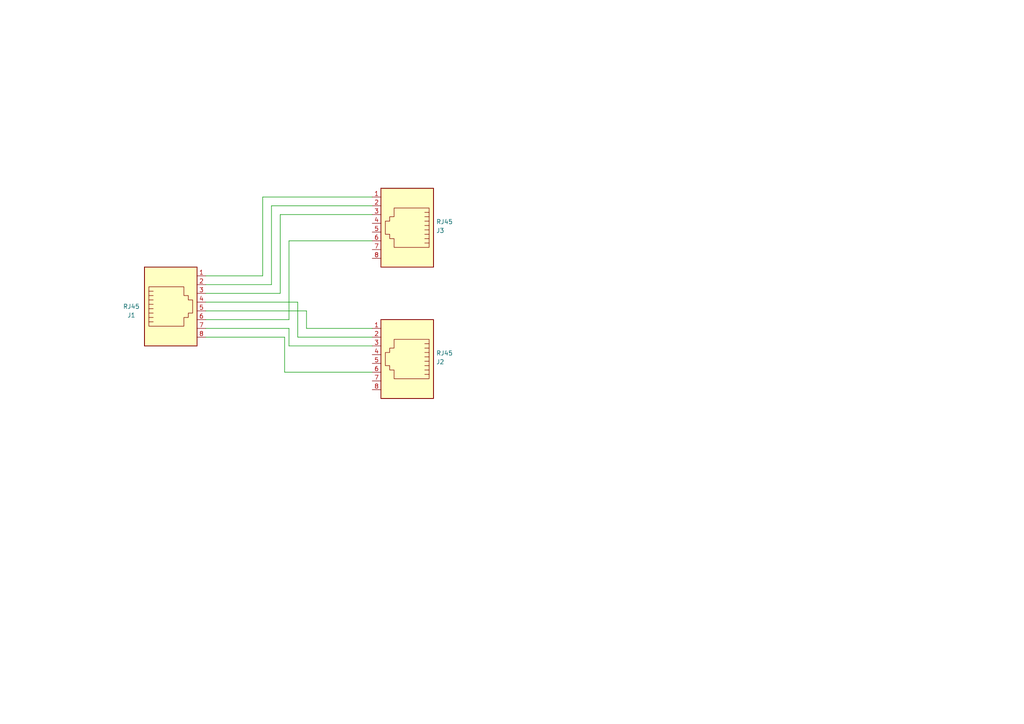
<source format=kicad_sch>
(kicad_sch (version 20211123) (generator eeschema)
  (paper "A4")
  (lib_symbols
    (symbol "Connector:RJ45" (pin_names (offset 1.016))
      (property "Reference" "J" (at -5.08 13.97 0))
      (property "Value" "RJ45" (at 2.54 13.97 0))
      (symbol "RJ45_0_1"
        (polyline (pts (xy -5.08 4.445) (xy -6.35 4.445)))
        (polyline (pts (xy -5.08 5.715) (xy -6.35 5.715)))
        (polyline (pts (xy -6.35 -3.175) (xy -5.08 -3.175) (xy -5.08 -3.175)))
        (polyline (pts (xy -6.35 -1.905) (xy -5.08 -1.905) (xy -5.08 -1.905)))
        (polyline (pts (xy -6.35 -0.635) (xy -5.08 -0.635) (xy -5.08 -0.635)))
        (polyline (pts (xy -6.35 0.635) (xy -5.08 0.635) (xy -5.08 0.635)))
        (polyline (pts (xy -6.35 1.905) (xy -5.08 1.905) (xy -5.08 1.905)))
        (polyline (pts (xy -5.08 3.175) (xy -6.35 3.175) (xy -6.35 3.175)))
        (polyline (pts (xy -6.35 -4.445) (xy -6.35 6.985) (xy 3.81 6.985) (xy 3.81 4.445) (xy 5.08 4.445) (xy 5.08 3.175) (xy 6.35 3.175) (xy 6.35 -0.635) (xy 5.08 -0.635) (xy 5.08 -1.905) (xy 3.81 -1.905) (xy 3.81 -4.445) (xy -6.35 -4.445) (xy -6.35 -4.445)))
        (rectangle (start 7.62 12.7) (end -7.62 -10.16) (stroke (width 0.254)) (fill (type background)))
      )
      (symbol "RJ45_1_1"
        (pin passive line (at 10.16 -7.62 180) (length 2.54) (name "~") (number "1"))
        (pin passive line (at 10.16 -5.08 180) (length 2.54) (name "~") (number "2"))
        (pin passive line (at 10.16 -2.54 180) (length 2.54) (name "~") (number "3"))
        (pin passive line (at 10.16 0 180) (length 2.54) (name "~") (number "4"))
        (pin passive line (at 10.16 2.54 180) (length 2.54) (name "~") (number "5"))
        (pin passive line (at 10.16 5.08 180) (length 2.54) (name "~") (number "6"))
        (pin passive line (at 10.16 7.62 180) (length 2.54) (name "~") (number "7"))
        (pin passive line (at 10.16 10.16 180) (length 2.54) (name "~") (number "8"))
      )
    )
  )
  (wire (pts (xy 59.69 92.71) (xy 83.82 92.71)))
  (wire (pts (xy 76.2 57.15) (xy 107.95 57.15)))
  (wire (pts (xy 59.69 90.17) (xy 88.9 90.17)))
  (wire (pts (xy 59.69 82.55) (xy 78.74 82.55)))
  (wire (pts (xy 81.28 85.09) (xy 81.28 62.23)))
  (wire (pts (xy 83.82 69.85) (xy 107.95 69.85)))
  (wire (pts (xy 82.55 97.79) (xy 82.55 107.95)))
  (wire (pts (xy 86.36 87.63) (xy 86.36 97.79)))
  (wire (pts (xy 83.82 92.71) (xy 83.82 69.85)))
  (wire (pts (xy 59.69 80.01) (xy 76.2 80.01)))
  (wire (pts (xy 59.69 87.63) (xy 86.36 87.63)))
  (wire (pts (xy 59.69 95.25) (xy 83.82 95.25)))
  (wire (pts (xy 88.9 95.25) (xy 107.95 95.25)))
  (wire (pts (xy 86.36 97.79) (xy 107.95 97.79)))
  (wire (pts (xy 59.69 85.09) (xy 81.28 85.09)))
  (wire (pts (xy 78.74 82.55) (xy 78.74 59.69)))
  (wire (pts (xy 83.82 100.33) (xy 107.95 100.33)))
  (wire (pts (xy 78.74 59.69) (xy 107.95 59.69)))
  (wire (pts (xy 81.28 62.23) (xy 107.95 62.23)))
  (wire (pts (xy 59.69 97.79) (xy 82.55 97.79)))
  (wire (pts (xy 76.2 80.01) (xy 76.2 57.15)))
  (wire (pts (xy 82.55 107.95) (xy 107.95 107.95)))
  (wire (pts (xy 83.82 95.25) (xy 83.82 100.33)))
  (wire (pts (xy 88.9 90.17) (xy 88.9 95.25)))
  (symbol (lib_id "Connector:RJ45") (at 118.11 64.77 180) (unit 1)
    (property "Reference" "J3" (at 126.492 66.8747 0) (effects (justify right)))
    (property "Value" "RJ45" (at 126.492 64.3378 0) (effects (justify right)))
    (property "Footprint" "Connector_RJ45:RJ45_YH-55-05" (effects hide))
  )
  (symbol (lib_id "Connector:RJ45") (at 118.11 102.87 180) (unit 1)
    (property "Reference" "J2" (at 126.492 104.9747 0) (effects (justify right)))
    (property "Value" "RJ45" (at 126.492 102.4378 0) (effects (justify right)))
    (property "Footprint" "Connector_RJ45:RJ45_YH-55-05" (effects hide))
  )
  (symbol (lib_id "Connector:RJ45") (at 49.53 87.63 0) (mirror x) (unit 1)
    (property "Reference" "J1" (at 38.1 91.4369 0))
    (property "Value" "RJ45" (at 38.1 88.9 0))
    (property "Footprint" "Connector_RJ45:RJ45_YH-55-05" (effects hide))
  )
)
</source>
